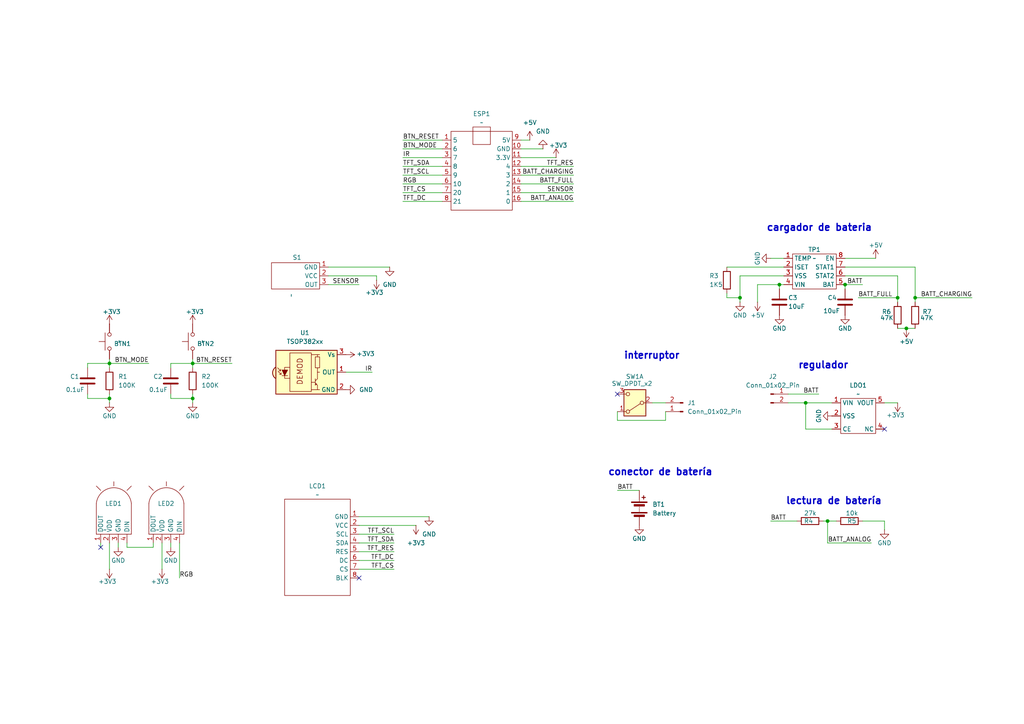
<source format=kicad_sch>
(kicad_sch (version 20231120) (generator "eeschema") (generator_version "8.0")
  (paper "A4")
  (lib_symbols
    (symbol "Connector:Conn_01x02_Pin" (pin_names (offset 1.016) hide)
      (property "Reference" "J" (at 0 2.54 0))
      (property "Value" "Conn_01x02_Pin" (at 0 -5.08 0))
      (symbol "Conn_01x02_Pin_1_1"
        (polyline (pts (xy 1.27 -2.54) (xy 0.8636 -2.54)) (stroke (width 0.1524)))
        (polyline (pts (xy 1.27 0) (xy 0.8636 0)) (stroke (width 0.1524)))
        (rectangle (start 0.8636 -2.413) (end 0 -2.667) (stroke (width 0.1524)) (fill (type outline)))
        (rectangle (start 0.8636 0.127) (end 0 -0.127) (stroke (width 0.1524)) (fill (type outline)))
        (pin passive line (at 5.08 0 180) (length 3.81) (name "Pin_1") (number "1"))
        (pin passive line (at 5.08 -2.54 180) (length 3.81) (name "Pin_2") (number "2"))
      )
    )
    (symbol "Device:Battery" (pin_numbers hide) (pin_names (offset 0) hide)
      (property "Reference" "BT" (at 2.54 2.54 0))
      (property "Value" "Battery" (at 2.54 0 0))
      (symbol "Battery_0_1"
        (rectangle (start -2.286 -1.27) (end 2.286 -1.524) (fill (type outline)))
        (rectangle (start -2.286 1.778) (end 2.286 1.524) (fill (type outline)))
        (rectangle (start -1.524 -2.032) (end 1.524 -2.54) (fill (type outline)))
        (rectangle (start -1.524 1.016) (end 1.524 0.508) (fill (type outline)))
        (polyline (pts (xy 0 -1.016) (xy 0 -0.762)))
        (polyline (pts (xy 0 -0.508) (xy 0 -0.254)))
        (polyline (pts (xy 0 0) (xy 0 0.254)))
        (polyline (pts (xy 0 1.778) (xy 0 2.54)))
        (polyline (pts (xy 0.762 3.048) (xy 1.778 3.048)) (stroke (width 0.254)))
        (polyline (pts (xy 1.27 3.556) (xy 1.27 2.54)) (stroke (width 0.254)))
      )
      (symbol "Battery_1_1"
        (pin passive line (at 0 5.08 270) (length 2.54) (name "+") (number "1"))
        (pin passive line (at 0 -5.08 90) (length 2.54) (name "-") (number "2"))
      )
    )
    (symbol "Device:C" (pin_numbers hide) (pin_names (offset 0.254))
      (property "Reference" "C" (at 0.635 2.54 0))
      (property "Value" "C" (at 0.635 -2.54 0))
      (symbol "C_0_1"
        (polyline (pts (xy -2.032 -0.762) (xy 2.032 -0.762)) (stroke (width 0.508)))
        (polyline (pts (xy -2.032 0.762) (xy 2.032 0.762)) (stroke (width 0.508)))
      )
      (symbol "C_1_1"
        (pin passive line (at 0 3.81 270) (length 2.794) (name "~") (number "1"))
        (pin passive line (at 0 -3.81 90) (length 2.794) (name "~") (number "2"))
      )
    )
    (symbol "Device:R" (pin_numbers hide) (pin_names (offset 0))
      (property "Reference" "R" (at 2.032 0 90))
      (property "Value" "R" (at 0 0 90))
      (symbol "R_0_1"
        (rectangle (start -1.016 -2.54) (end 1.016 2.54) (stroke (width 0.254)))
      )
      (symbol "R_1_1"
        (pin passive line (at 0 3.81 270) (length 1.27) (name "~") (number "1"))
        (pin passive line (at 0 -3.81 90) (length 1.27) (name "~") (number "2"))
      )
    )
    (symbol "Interface_Optical:TSOP382xx"
      (property "Reference" "U" (at -10.16 7.62 0))
      (property "Value" "TSOP382xx" (at -10.16 -7.62 0))
      (symbol "TSOP382xx_0_0"
        (arc (start -10.287 1.397) (mid -11.0899 -0.1852) (end -10.287 -1.778) (stroke (width 0.254)) (fill (type background)))
        (polyline (pts (xy 1.905 -5.08) (xy 0.127 -5.08)))
        (polyline (pts (xy 1.905 5.08) (xy 0.127 5.08)))
        (text "DEMOD" (at -3.175 0.254 900) (effects (font (size 1.524 1.524))))
      )
      (symbol "TSOP382xx_0_1"
        (rectangle (start -6.096 5.588) (end 0.127 -5.588))
        (polyline (pts (xy -8.763 0.381) (xy -9.652 1.27)))
        (polyline (pts (xy -8.763 0.381) (xy -9.271 0.381)))
        (polyline (pts (xy -8.763 0.381) (xy -8.763 0.889)))
        (polyline (pts (xy -8.636 -0.635) (xy -9.525 0.254)))
        (polyline (pts (xy -8.636 -0.635) (xy -9.144 -0.635)))
        (polyline (pts (xy -8.636 -0.635) (xy -8.636 -0.127)))
        (polyline (pts (xy -8.382 -1.016) (xy -6.731 -1.016)))
        (polyline (pts (xy 1.27 -2.921) (xy 0.127 -2.921)))
        (polyline (pts (xy 1.27 -1.905) (xy 1.27 -3.81)))
        (polyline (pts (xy 1.397 -3.556) (xy 1.524 -3.556)))
        (polyline (pts (xy 1.651 -3.556) (xy 1.524 -3.556)))
        (polyline (pts (xy 1.651 -3.556) (xy 1.651 -3.302)))
        (polyline (pts (xy 1.905 0) (xy 1.905 1.27)))
        (polyline (pts (xy 1.905 4.445) (xy 1.905 5.08) (xy 2.54 5.08)))
        (polyline (pts (xy -8.382 0.635) (xy -6.731 0.635) (xy -7.62 -1.016) (xy -8.382 0.635)) (fill (type outline)))
        (polyline (pts (xy -6.096 1.397) (xy -7.62 1.397) (xy -7.62 -1.778) (xy -6.096 -1.778)))
        (polyline (pts (xy 1.27 -3.175) (xy 1.905 -3.81) (xy 1.905 -5.08) (xy 2.54 -5.08)))
        (polyline (pts (xy 1.27 -2.54) (xy 1.905 -1.905) (xy 1.905 0) (xy 2.54 0)))
        (rectangle (start 2.54 1.27) (end 1.27 4.445))
        (rectangle (start 7.62 6.35) (end -10.16 -6.35) (stroke (width 0.254)) (fill (type background)))
      )
      (symbol "TSOP382xx_1_1"
        (pin output line (at 10.16 0 180) (length 2.54) (name "OUT") (number "1"))
        (pin power_in line (at 10.16 -5.08 180) (length 2.54) (name "GND") (number "2"))
        (pin power_in line (at 10.16 5.08 180) (length 2.54) (name "Vs") (number "3"))
      )
    )
    (symbol "Switch:SW_DPDT_x2" (pin_names (offset 0) hide)
      (property "Reference" "SW" (at 0 5.08 0))
      (property "Value" "SW_DPDT_x2" (at 0 -5.08 0))
      (symbol "SW_DPDT_x2_0_0"
        (circle (center -2.032 0) (radius 0.508))
        (circle (center 2.032 -2.54) (radius 0.508))
      )
      (symbol "SW_DPDT_x2_0_1"
        (rectangle (start -3.175 3.81) (end 3.175 -3.81) (stroke (width 0.254)) (fill (type background)))
        (polyline (pts (xy -1.524 0.254) (xy 1.5748 2.286)))
        (circle (center 2.032 2.54) (radius 0.508))
      )
      (symbol "SW_DPDT_x2_1_1"
        (pin passive line (at 5.08 2.54 180) (length 2.54) (name "A") (number "1"))
        (pin passive line (at -5.08 0 0) (length 2.54) (name "B") (number "2"))
        (pin passive line (at 5.08 -2.54 180) (length 2.54) (name "C") (number "3"))
      )
      (symbol "SW_DPDT_x2_2_1"
        (pin passive line (at 5.08 2.54 180) (length 2.54) (name "A") (number "4"))
        (pin passive line (at -5.08 0 0) (length 2.54) (name "B") (number "5"))
        (pin passive line (at 5.08 -2.54 180) (length 2.54) (name "C") (number "6"))
      )
    )
    (symbol "custom_symbols:4056H"
      (property "Reference" "TP4056" (at 0 6.35 0))
      (property "Value" "~" (at 0 3.81 0))
      (symbol "4056H_0_1"
        (rectangle (start -6.35 5.08) (end 6.35 -5.08))
      )
      (symbol "4056H_1_1"
        (pin input line (at -8.89 3.81 0) (length 2.54) (name "TEMP") (number "1"))
        (pin input line (at -8.89 1.27 0) (length 2.54) (name "ISET") (number "2"))
        (pin input line (at -8.89 -1.27 0) (length 2.54) (name "VSS") (number "3"))
        (pin input line (at -8.89 -3.81 0) (length 2.54) (name "VIN") (number "4"))
        (pin input line (at 8.89 -3.81 180) (length 2.54) (name "BAT") (number "5"))
        (pin input line (at 8.89 -1.27 180) (length 2.54) (name "STAT2") (number "6"))
        (pin input line (at 8.89 1.27 180) (length 2.54) (name "STAT1") (number "7"))
        (pin input line (at 8.89 3.81 180) (length 2.54) (name "EN") (number "8"))
      )
    )
    (symbol "custom_symbols:Button" (pin_numbers hide) (pin_names (offset 1.016) hide)
      (property "Reference" "BTN" (at 1.27 2.54 0))
      (symbol "Button_0_1"
        (circle (center -2.032 0) (radius 0.508))
        (polyline (pts (xy 0 1.27) (xy 0 3.048)))
        (polyline (pts (xy 2.54 1.27) (xy -2.54 1.27)))
        (circle (center 2.032 0) (radius 0.508))
        (pin passive line (at -5.08 0 0) (length 2.54) (name "1") (number "1"))
        (pin passive line (at 5.08 0 180) (length 2.54) (name "2") (number "2"))
      )
    )
    (symbol "custom_symbols:ESP32_supermini"
      (property "Reference" "ESP1" (at 0 -1.27 0))
      (property "Value" "~" (at 0 -2.54 0))
      (symbol "ESP32_supermini_0_1"
        (rectangle (start -8.89 10.16) (end 8.89 -12.7))
        (rectangle (start -2.54 11.43) (end 2.54 6.35))
      )
      (symbol "ESP32_supermini_1_1"
        (pin bidirectional line (at -11.43 7.62 0) (length 2.54) (name "5") (number "1"))
        (pin power_in line (at 11.43 5.08 180) (length 2.54) (name "GND") (number "10"))
        (pin power_in line (at 11.43 2.54 180) (length 2.54) (name "3.3V") (number "11"))
        (pin bidirectional line (at 11.43 0 180) (length 2.54) (name "4") (number "12"))
        (pin bidirectional line (at 11.43 -2.54 180) (length 2.54) (name "3") (number "13"))
        (pin bidirectional line (at 11.43 -5.08 180) (length 2.54) (name "2") (number "14"))
        (pin bidirectional line (at 11.43 -7.62 180) (length 2.54) (name "1") (number "15"))
        (pin bidirectional line (at 11.43 -10.16 180) (length 2.54) (name "0") (number "16"))
        (pin bidirectional line (at -11.43 5.08 0) (length 2.54) (name "6") (number "2"))
        (pin bidirectional line (at -11.43 2.54 0) (length 2.54) (name "7") (number "3"))
        (pin bidirectional line (at -11.43 0 0) (length 2.54) (name "8") (number "4"))
        (pin bidirectional line (at -11.43 -2.54 0) (length 2.54) (name "9") (number "5"))
        (pin bidirectional line (at -11.43 -5.08 0) (length 2.54) (name "10") (number "6"))
        (pin bidirectional line (at -11.43 -7.62 0) (length 2.54) (name "20") (number "7"))
        (pin bidirectional line (at -11.43 -10.16 0) (length 2.54) (name "21") (number "8"))
        (pin power_in line (at 11.43 7.62 180) (length 2.54) (name "5V") (number "9"))
      )
    )
    (symbol "custom_symbols:GP2Y0D810Z0F_Digital_Sensor"
      (property "Reference" "S" (at 0 0 0))
      (symbol "GP2Y0D810Z0F_Digital_Sensor_0_1"
        (rectangle (start -3.81 6.35) (end 3.81 -7.62))
      )
      (symbol "GP2Y0D810Z0F_Digital_Sensor_1_1"
        (pin power_out line (at -2.54 8.89 270) (length 2.54) (name "GND") (number "1"))
        (pin power_in line (at 0 8.89 270) (length 2.54) (name "VCC") (number "2"))
        (pin output line (at 2.54 8.89 270) (length 2.54) (name "OUT") (number "3"))
      )
    )
    (symbol "custom_symbols:LDO_ME6211C33"
      (property "Reference" "LDO1" (at 0 6.35 0))
      (property "Value" "~" (at -1.27 0 0))
      (symbol "LDO_ME6211C33_0_1"
        (rectangle (start -5.08 5.08) (end 5.08 -5.08))
      )
      (symbol "LDO_ME6211C33_1_1"
        (pin power_in line (at -7.62 3.81 0) (length 2.54) (name "VIN") (number "1"))
        (pin power_out line (at -7.62 0 0) (length 2.54) (name "VSS") (number "2"))
        (pin input line (at -7.62 -3.81 0) (length 2.54) (name "CE") (number "3"))
        (pin input line (at 7.62 -3.81 180) (length 2.54) (name "NC") (number "4"))
        (pin input line (at 7.62 3.81 180) (length 2.54) (name "VOUT") (number "5"))
      )
    )
    (symbol "custom_symbols:Led_5mm_WS2812D"
      (property "Reference" "LED1" (at 0 7.62 0))
      (property "Value" "~" (at 0 0 0))
      (symbol "Led_5mm_WS2812D_0_1"
        (polyline (pts (xy -2.54 -1.27) (xy -2.54 7.62)))
        (polyline (pts (xy -2.54 -1.27) (xy 7.62 -1.27)))
        (polyline (pts (xy -1.27 11.43) (xy -2.54 12.7)))
        (polyline (pts (xy 2.54 12.7) (xy 2.54 13.97)))
        (polyline (pts (xy 6.35 11.43) (xy 7.62 12.7)))
        (polyline (pts (xy 7.62 -1.27) (xy 7.62 7.62)))
        (arc (start 7.62 7.62) (mid 2.54 12.2078) (end -2.54 7.62))
      )
      (symbol "Led_5mm_WS2812D_1_1"
        (pin input line (at -1.27 -3.81 90) (length 2.54) (name "DOUT") (number "1"))
        (pin power_in line (at 1.27 -3.81 90) (length 2.54) (name "VDD") (number "2"))
        (pin power_out line (at 3.81 -3.81 90) (length 2.54) (name "GND") (number "3"))
        (pin input line (at 6.35 -3.81 90) (length 2.54) (name "DIN") (number "4"))
      )
    )
    (symbol "custom_symbols:ST7789V_LCD_RGB_135x240"
      (property "Reference" "LCD1" (at 15.24 1.2701 0))
      (property "Value" "~" (at 15.24 -0.635 0))
      (symbol "ST7789V_LCD_RGB_135x240_0_1"
        (rectangle (start -13.97 10.16) (end 13.97 -8.89))
      )
      (symbol "ST7789V_LCD_RGB_135x240_1_1"
        (pin power_out line (at -8.89 12.7 270) (length 2.54) (name "GND") (number "1"))
        (pin power_in line (at -6.35 12.7 270) (length 2.54) (name "VCC") (number "2"))
        (pin bidirectional line (at -3.81 12.7 270) (length 2.54) (name "SCL") (number "3"))
        (pin bidirectional line (at -1.27 12.7 270) (length 2.54) (name "SDA") (number "4"))
        (pin input line (at 1.27 12.7 270) (length 2.54) (name "RES") (number "5"))
        (pin bidirectional line (at 3.81 12.7 270) (length 2.54) (name "DC") (number "6"))
        (pin bidirectional line (at 6.35 12.7 270) (length 2.54) (name "CS") (number "7"))
        (pin bidirectional line (at 8.89 12.7 270) (length 2.54) (name "BLK") (number "8"))
      )
    )
    (symbol "power:+3V3" (power) (pin_numbers hide) (pin_names (offset 0) hide)
      (property "Value" "+3V3" (at 0 3.556 0))
      (symbol "+3V3_0_1"
        (polyline (pts (xy -0.762 1.27) (xy 0 2.54)))
        (polyline (pts (xy 0 0) (xy 0 2.54)))
        (polyline (pts (xy 0 2.54) (xy 0.762 1.27)))
      )
      (symbol "+3V3_1_1"
        (pin power_in line (at 0 0 90) (length 0) (name "~") (number "1"))
      )
    )
    (symbol "power:+5V" (power) (pin_numbers hide) (pin_names (offset 0) hide)
      (property "Value" "+5V" (at 0 3.556 0))
      (symbol "+5V_0_1"
        (polyline (pts (xy -0.762 1.27) (xy 0 2.54)))
        (polyline (pts (xy 0 0) (xy 0 2.54)))
        (polyline (pts (xy 0 2.54) (xy 0.762 1.27)))
      )
      (symbol "+5V_1_1"
        (pin power_in line (at 0 0 90) (length 0) (name "~") (number "1"))
      )
    )
    (symbol "power:GND" (power) (pin_numbers hide) (pin_names (offset 0) hide)
      (property "Value" "GND" (at 0 -3.81 0))
      (symbol "GND_0_1"
        (polyline (pts (xy 0 0) (xy 0 -1.27) (xy 1.27 -1.27) (xy 0 -2.54) (xy -1.27 -1.27) (xy 0 -1.27)))
      )
      (symbol "GND_1_1"
        (pin power_in line (at 0 0 270) (length 0) (name "~") (number "1"))
      )
    )
  )
  (junction (at 31.75 105.41))
  (junction (at 55.88 115.57))
  (junction (at 265.43 86.36))
  (junction (at 262.89 95.25))
  (junction (at 31.75 115.57))
  (junction (at 233.68 116.84))
  (junction (at 226.06 82.55))
  (junction (at 240.03 151.13))
  (junction (at 245.11 82.55))
  (junction (at 214.63 86.36))
  (junction (at 55.88 105.41))
  (junction (at 260.35 86.36))
  (no_connect (at 179.07 114.3))
  (no_connect (at 104.14 167.64))
  (no_connect (at 29.21 158.75))
  (no_connect (at 256.54 124.46))
  (wire (pts (xy 114.3 160.02) (xy 104.14 160.02)))
  (wire (pts (xy 210.82 85.09) (xy 210.82 86.36)))
  (wire (pts (xy 114.3 154.94) (xy 104.14 154.94)))
  (wire (pts (xy 260.35 80.01) (xy 260.35 86.36)))
  (wire (pts (xy 55.88 114.3) (xy 55.88 115.57)))
  (wire (pts (xy 262.89 95.25) (xy 265.43 95.25)))
  (wire (pts (xy 210.82 77.47) (xy 227.33 77.47)))
  (wire (pts (xy 265.43 86.36) (xy 281.94 86.36)))
  (wire (pts (xy 241.3 124.46) (xy 233.68 124.46)))
  (wire (pts (xy 31.75 157.48) (xy 31.75 165.1)))
  (wire (pts (xy 116.84 43.18) (xy 128.27 43.18)))
  (wire (pts (xy 151.13 48.26) (xy 166.37 48.26)))
  (wire (pts (xy 214.63 80.01) (xy 227.33 80.01)))
  (wire (pts (xy 256.54 116.84) (xy 260.35 116.84)))
  (wire (pts (xy 114.3 157.48) (xy 104.14 157.48)))
  (wire (pts (xy 104.14 152.4) (xy 120.65 152.4)))
  (wire (pts (xy 256.54 151.13) (xy 256.54 153.67)))
  (wire (pts (xy 151.13 45.72) (xy 161.29 45.72)))
  (wire (pts (xy 223.52 151.13) (xy 231.14 151.13)))
  (wire (pts (xy 245.11 74.93) (xy 254 74.93)))
  (wire (pts (xy 116.84 58.42) (xy 128.27 58.42)))
  (wire (pts (xy 52.07 167.64) (xy 52.07 157.48)))
  (wire (pts (xy 193.04 121.92) (xy 193.04 119.38)))
  (wire (pts (xy 151.13 55.88) (xy 166.37 55.88)))
  (wire (pts (xy 233.68 116.84) (xy 241.3 116.84)))
  (wire (pts (xy 228.6 116.84) (xy 233.68 116.84)))
  (wire (pts (xy 151.13 58.42) (xy 166.37 58.42)))
  (wire (pts (xy 214.63 87.63) (xy 214.63 86.36)))
  (wire (pts (xy 189.23 116.84) (xy 193.04 116.84)))
  (wire (pts (xy 49.53 114.3) (xy 49.53 115.57)))
  (wire (pts (xy 36.83 157.48) (xy 36.83 158.75)))
  (wire (pts (xy 179.07 119.38) (xy 179.07 121.92)))
  (wire (pts (xy 55.88 105.41) (xy 55.88 106.68)))
  (wire (pts (xy 55.88 105.41) (xy 49.53 105.41)))
  (wire (pts (xy 214.63 86.36) (xy 214.63 80.01)))
  (wire (pts (xy 233.68 116.84) (xy 233.68 124.46)))
  (wire (pts (xy 245.11 82.55) (xy 245.11 83.82)))
  (wire (pts (xy 116.84 50.8) (xy 128.27 50.8)))
  (wire (pts (xy 55.88 104.14) (xy 55.88 105.41)))
  (wire (pts (xy 49.53 157.48) (xy 49.53 158.75)))
  (wire (pts (xy 151.13 50.8) (xy 166.37 50.8)))
  (wire (pts (xy 31.75 114.3) (xy 31.75 115.57)))
  (wire (pts (xy 31.75 105.41) (xy 31.75 106.68)))
  (wire (pts (xy 31.75 115.57) (xy 31.75 116.84)))
  (wire (pts (xy 226.06 82.55) (xy 226.06 83.82)))
  (wire (pts (xy 95.25 77.47) (xy 113.03 77.47)))
  (wire (pts (xy 219.71 82.55) (xy 226.06 82.55)))
  (wire (pts (xy 114.3 165.1) (xy 104.14 165.1)))
  (wire (pts (xy 104.14 82.55) (xy 95.25 82.55)))
  (wire (pts (xy 185.42 142.24) (xy 179.07 142.24)))
  (wire (pts (xy 29.21 158.75) (xy 29.21 157.48)))
  (wire (pts (xy 240.03 151.13) (xy 242.57 151.13)))
  (wire (pts (xy 31.75 104.14) (xy 31.75 105.41)))
  (wire (pts (xy 49.53 105.41) (xy 49.53 106.68)))
  (wire (pts (xy 114.3 162.56) (xy 104.14 162.56)))
  (wire (pts (xy 260.35 86.36) (xy 260.35 87.63)))
  (wire (pts (xy 245.11 82.55) (xy 250.19 82.55)))
  (wire (pts (xy 245.11 77.47) (xy 265.43 77.47)))
  (wire (pts (xy 179.07 121.92) (xy 193.04 121.92)))
  (wire (pts (xy 116.84 45.72) (xy 128.27 45.72)))
  (wire (pts (xy 240.03 151.13) (xy 240.03 157.48)))
  (wire (pts (xy 34.29 157.48) (xy 34.29 158.75)))
  (wire (pts (xy 210.82 86.36) (xy 214.63 86.36)))
  (wire (pts (xy 116.84 48.26) (xy 128.27 48.26)))
  (wire (pts (xy 265.43 86.36) (xy 265.43 87.63)))
  (wire (pts (xy 265.43 77.47) (xy 265.43 86.36)))
  (wire (pts (xy 107.95 107.95) (xy 100.33 107.95)))
  (wire (pts (xy 226.06 82.55) (xy 227.33 82.55)))
  (wire (pts (xy 116.84 40.64) (xy 128.27 40.64)))
  (wire (pts (xy 67.31 105.41) (xy 55.88 105.41)))
  (wire (pts (xy 25.4 105.41) (xy 25.4 106.68)))
  (wire (pts (xy 124.46 149.86) (xy 104.14 149.86)))
  (wire (pts (xy 260.35 80.01) (xy 245.11 80.01)))
  (wire (pts (xy 248.92 86.36) (xy 260.35 86.36)))
  (wire (pts (xy 166.37 53.34) (xy 151.13 53.34)))
  (wire (pts (xy 238.76 151.13) (xy 240.03 151.13)))
  (wire (pts (xy 151.13 43.18) (xy 157.48 43.18)))
  (wire (pts (xy 116.84 53.34) (xy 128.27 53.34)))
  (wire (pts (xy 55.88 115.57) (xy 55.88 116.84)))
  (wire (pts (xy 43.18 105.41) (xy 31.75 105.41)))
  (wire (pts (xy 260.35 95.25) (xy 262.89 95.25)))
  (wire (pts (xy 31.75 105.41) (xy 25.4 105.41)))
  (wire (pts (xy 44.45 158.75) (xy 44.45 157.48)))
  (wire (pts (xy 116.84 55.88) (xy 128.27 55.88)))
  (wire (pts (xy 36.83 158.75) (xy 44.45 158.75)))
  (wire (pts (xy 219.71 82.55) (xy 219.71 87.63)))
  (wire (pts (xy 237.49 114.3) (xy 228.6 114.3)))
  (wire (pts (xy 25.4 115.57) (xy 31.75 115.57)))
  (wire (pts (xy 223.52 74.93) (xy 227.33 74.93)))
  (wire (pts (xy 109.22 81.28) (xy 109.22 80.01)))
  (wire (pts (xy 250.19 151.13) (xy 256.54 151.13)))
  (wire (pts (xy 153.67 40.64) (xy 151.13 40.64)))
  (wire (pts (xy 25.4 114.3) (xy 25.4 115.57)))
  (wire (pts (xy 109.22 80.01) (xy 95.25 80.01)))
  (wire (pts (xy 49.53 115.57) (xy 55.88 115.57)))
  (wire (pts (xy 46.99 157.48) (xy 46.99 165.1)))
  (wire (pts (xy 240.03 157.48) (xy 252.73 157.48)))
  (text "cargador de bateria" (at 222.25 67.31 0) (effects (font (size 2 2) (thickness 0.4) (bold yes)) (justify left bottom)))
  (text "conector de batería" (at 176.276 138.176 0) (effects (font (size 2 2) (thickness 0.4) (bold yes)) (justify left bottom)))
  (text "regulador" (at 231.394 107.188 0) (effects (font (size 2 2) (thickness 0.4) (bold yes)) (justify left bottom)))
  (text "interruptor" (at 180.848 104.394 0) (effects (font (size 2 2) (thickness 0.4) (bold yes)) (justify left bottom)))
  (text "lectura de batería" (at 227.838 146.558 0) (effects (font (size 2 2) (thickness 0.4) (bold yes)) (justify left bottom)))
  (label "BATT_CHARGING" (at 166.37 50.8 180))
  (label "BTN_RESET" (at 67.31 105.41 180))
  (label "BATT" (at 237.49 114.3 180))
  (label "BATT_FULL" (at 248.92 86.36 0))
  (label "BATT" (at 223.52 151.13 0))
  (label "TFT_DC" (at 116.84 58.42 0))
  (label "BATT_ANALOG" (at 166.37 58.42 180))
  (label "TFT_SCL" (at 114.3 154.94 180))
  (label "TFT_SCL" (at 116.84 50.8 0))
  (label "TFT_SDA" (at 114.3 157.48 180))
  (label "BATT" (at 179.07 142.24 0))
  (label "RGB" (at 116.84 53.34 0))
  (label "BATT" (at 250.19 82.55 180))
  (label "IR" (at 116.84 45.72 0))
  (label "BTN_MODE" (at 43.18 105.41 180))
  (label "TFT_DC" (at 114.3 162.56 180))
  (label "BTN_MODE" (at 116.84 43.18 0))
  (label "IR" (at 107.95 107.95 180))
  (label "TFT_RES" (at 166.37 48.26 180))
  (label "BATT_CHARGING" (at 281.94 86.36 180))
  (label "TFT_CS" (at 116.84 55.88 0))
  (label "SENSOR" (at 104.14 82.55 180))
  (label "SENSOR" (at 166.37 55.88 180))
  (label "BATT_ANALOG" (at 252.73 157.48 180))
  (label "TFT_RES" (at 114.3 160.02 180))
  (label "BTN_RESET" (at 116.84 40.64 0))
  (label "BATT_FULL" (at 166.37 53.34 180))
  (label "RGB" (at 52.07 167.64 0))
  (label "TFT_CS" (at 114.3 165.1 180))
  (label "TFT_SDA" (at 116.84 48.26 0))
  (symbol (lib_id "custom_symbols:ESP32_supermini") (at 139.7 48.26 0) (unit 1)
    (property "Reference" "ESP1" (at 139.7 33.02 0))
    (property "Value" "~" (at 139.7 35.56 0))
    (property "Footprint" "custom_footprints:ESP32_supermini" (effects (hide yes)))
  )
  (symbol (lib_id "power:+5V") (at 153.67 40.64 0) (unit 1)
    (property "Reference" "#PWR015" (effects (hide yes)))
    (property "Value" "+5V" (at 153.67 35.56 0))
    (property "Description" "Power symbol creates a global label with name \"+5V\"" (effects (hide yes)))
  )
  (symbol (lib_id "custom_symbols:Led_5mm_WS2812D") (at 30.48 153.67 0) (unit 1)
    (property "Reference" "LED1" (at 30.48 146.05 0) (effects (justify left)))
    (property "Value" "~" (at 30.48 153.67 0))
    (property "Footprint" "custom_footprints:LED_D5.0mm-4_RGB_Staggered_Pins" (effects (hide yes)))
  )
  (symbol (lib_id "Device:Battery") (at 185.42 147.32 0) (unit 1)
    (property "Reference" "BT1" (at 189.23 146.304 0) (effects (justify left)))
    (property "Value" "Battery" (at 189.23 148.844 0) (effects (justify left)))
    (property "Footprint" "custom_footprints:Leds_IR_Remote" (effects (hide yes)))
    (property "Description" "Multiple-cell battery" (effects (hide yes)))
    (property "Aliexpress" "https://es.aliexpress.com/item/1005006776171377.html" (effects (hide yes)))
  )
  (symbol (lib_id "Device:C") (at 49.53 110.49 0) (mirror y) (unit 1)
    (property "Reference" "C2" (at 44.45 109.22 0) (effects (justify right)))
    (property "Value" "0.1uF" (at 43.18 113.03 0) (effects (justify right)))
    (property "Footprint" "Capacitor_SMD:C_0805_2012Metric_Pad1.18x1.45mm_HandSolder" (effects (hide yes)))
  )
  (symbol (lib_id "power:+3V3") (at 260.35 116.84 180) (unit 1)
    (property "Reference" "#PWR027" (effects (hide yes)))
    (property "Value" "+3V3" (at 262.382 120.396 0) (effects (justify left)))
    (property "Description" "Power symbol creates a global label with name \"+3V3\"" (effects (hide yes)))
  )
  (symbol (lib_id "custom_symbols:Button") (at 31.75 99.06 90) (unit 1)
    (property "Reference" "BTN1" (at 33.02 99.695 90) (effects (justify right)))
    (property "Value" "~" (at 34.544 99.06 0))
    (property "Footprint" "Button_Switch_THT:SW_PUSH_6mm_H8mm" (effects (hide yes)))
    (property "Aliexpress" "https://es.aliexpress.com/item/1005005602103011.html" (effects (hide yes)))
  )
  (symbol (lib_id "Device:R") (at 31.75 110.49 0) (unit 1)
    (property "Reference" "R1" (at 34.29 109.2199 0) (effects (justify left)))
    (property "Value" "100K" (at 34.29 111.7599 0) (effects (justify left)))
    (property "Footprint" "Resistor_SMD:R_0805_2012Metric_Pad1.20x1.40mm_HandSolder" (effects (hide yes)))
  )
  (symbol (lib_id "Device:C") (at 245.11 87.63 0) (mirror y) (unit 1)
    (property "Reference" "C4" (at 240.03 86.36 0) (effects (justify right)))
    (property "Value" "10uF" (at 238.76 90.17 0) (effects (justify right)))
    (property "Footprint" "Capacitor_SMD:C_0805_2012Metric_Pad1.18x1.45mm_HandSolder" (effects (hide yes)))
  )
  (symbol (lib_id "Interface_Optical:TSOP382xx") (at 90.17 107.95 0) (unit 1)
    (property "Reference" "U1" (at 88.435 96.52 0))
    (property "Value" "TSOP382xx" (at 88.435 99.06 0))
    (property "Footprint" "custom_footprints:IR TSOP38238 90º" (effects (hide yes)))
    (property "Datasheet" "http://www.vishay.com/docs/82491/tsop382.pdf" (effects (hide yes)))
    (property "Description" "Photo Modules for PCM Remote Control Systems" (effects (hide yes)))
  )
  (symbol (lib_id "Device:C") (at 226.06 87.63 0) (mirror y) (unit 1)
    (property "Reference" "C3" (at 228.6 86.36 0) (effects (justify right)))
    (property "Value" "10uF" (at 228.6 88.9 0) (effects (justify right)))
    (property "Footprint" "Capacitor_SMD:C_0805_2012Metric_Pad1.18x1.45mm_HandSolder" (effects (hide yes)))
  )
  (symbol (lib_id "power:+3V3") (at 46.99 165.1 180) (unit 1)
    (property "Reference" "#PWR05" (effects (hide yes)))
    (property "Value" "+3V3" (at 49.022 168.656 0) (effects (justify left)))
    (property "Description" "Power symbol creates a global label with name \"+3V3\"" (effects (hide yes)))
  )
  (symbol (lib_id "power:GND") (at 113.03 77.47 0) (unit 1)
    (property "Reference" "#PWR012" (effects (hide yes)))
    (property "Value" "GND" (at 113.03 82.55 0))
    (property "Description" "Power symbol creates a global label with name \"GND\" , ground" (effects (hide yes)))
  )
  (symbol (lib_id "power:GND") (at 241.3 120.65 270) (unit 1)
    (property "Reference" "#PWR023" (effects (hide yes)))
    (property "Value" "GND" (at 237.49 120.65 0))
  )
  (symbol (lib_id "power:+3V3") (at 161.29 45.72 0) (unit 1)
    (property "Reference" "#PWR017" (effects (hide yes)))
    (property "Value" "+3V3" (at 159.258 42.164 0) (effects (justify left)))
    (property "Description" "Power symbol creates a global label with name \"+3V3\"" (effects (hide yes)))
  )
  (symbol (lib_id "Switch:SW_DPDT_x2") (at 184.15 116.84 180) (unit 1)
    (property "Reference" "SW1" (at 186.69 109.22 0) (effects (justify left)))
    (property "Value" "SW_DPDT_x2" (at 189.23 111.252 0) (effects (justify left)))
    (property "Footprint" "Button_Switch_SMD:SW_SPDT_PCM12" (effects (hide yes)))
    (property "Description" "Switch, dual pole double throw, separate symbols" (effects (hide yes)))
    (property "Aliexpress" "https://es.aliexpress.com/item/32963237441.html" (effects (hide yes)))
  )
  (symbol (lib_id "power:+5V") (at 219.71 87.63 180) (unit 1)
    (property "Reference" "#PWR020" (effects (hide yes)))
    (property "Value" "+5V" (at 219.71 91.44 0))
  )
  (symbol (lib_id "power:+3V3") (at 120.65 152.4 180) (unit 1)
    (property "Reference" "#PWR013" (effects (hide yes)))
    (property "Value" "+3V3" (at 120.65 157.48 0))
    (property "Description" "Power symbol creates a global label with name \"+3V3\"" (effects (hide yes)))
  )
  (symbol (lib_id "Connector:Conn_01x02_Pin") (at 198.12 119.38 180) (unit 1)
    (property "Reference" "J1" (at 199.39 116.8399 0) (effects (justify right)))
    (property "Value" "Conn_01x02_Pin" (at 199.39 119.3799 0) (effects (justify right)))
    (property "Footprint" "Connector_PinHeader_2.54mm:PinHeader_1x02_P2.54mm_Vertical" (effects (hide yes)))
    (property "Description" "Generic connector, single row, 01x02, script generated" (effects (hide yes)))
  )
  (symbol (lib_id "power:+5V") (at 254 74.93 0) (unit 1)
    (property "Reference" "#PWR025" (effects (hide yes)))
    (property "Value" "+5V" (at 254 71.12 0))
  )
  (symbol (lib_id "custom_symbols:4056H") (at 236.22 78.74 0) (unit 1)
    (property "Reference" "TP1" (at 236.22 72.39 0))
    (property "Value" "~" (at 236.22 74.93 0))
    (property "Footprint" "Package_SO:SOP-8_3.9x4.9mm_P1.27mm" (effects (hide yes)))
    (property "Aliexpress" "https://es.aliexpress.com/item/1005004600941907.html" (effects (hide yes)))
  )
  (symbol (lib_id "power:GND") (at 226.06 91.44 0) (unit 1)
    (property "Reference" "#PWR022" (effects (hide yes)))
    (property "Value" "GND" (at 226.06 95.25 0))
  )
  (symbol (lib_id "power:GND") (at 214.63 87.63 0) (unit 1)
    (property "Reference" "#PWR019" (effects (hide yes)))
    (property "Value" "GND" (at 214.63 91.44 0))
  )
  (symbol (lib_id "Connector:Conn_01x02_Pin") (at 223.52 114.3 0) (unit 1)
    (property "Reference" "J2" (at 224.155 109.22 0))
    (property "Value" "Conn_01x02_Pin" (at 224.155 111.76 0))
    (property "Footprint" "Connector_PinHeader_2.54mm:PinHeader_1x02_P2.54mm_Vertical" (effects (hide yes)))
    (property "Description" "Generic connector, single row, 01x02, script generated" (effects (hide yes)))
  )
  (symbol (lib_id "power:GND") (at 124.46 149.86 0) (unit 1)
    (property "Reference" "#PWR014" (effects (hide yes)))
    (property "Value" "GND" (at 124.46 154.94 0))
    (property "Description" "Power symbol creates a global label with name \"GND\" , ground" (effects (hide yes)))
  )
  (symbol (lib_id "custom_symbols:GP2Y0D810Z0F_Digital_Sensor") (at 86.36 80.01 270) (unit 1)
    (property "Reference" "S1" (at 84.836 74.676 90) (effects (justify left)))
    (property "Value" "~" (at 84.455 85.09 0) (effects (justify left)))
    (property "Footprint" "Connector_PinHeader_2.54mm:PinHeader_1x03_P2.54mm_Vertical" (effects (hide yes)))
  )
  (symbol (lib_id "custom_symbols:Button") (at 55.88 99.06 90) (unit 1)
    (property "Reference" "BTN2" (at 57.15 99.695 90) (effects (justify right)))
    (property "Value" "~" (at 58.674 99.06 0))
    (property "Footprint" "Button_Switch_THT:SW_PUSH_6mm_H8mm" (effects (hide yes)))
    (property "Aliexpress" "https://es.aliexpress.com/item/1005005602103011.html" (effects (hide yes)))
  )
  (symbol (lib_id "power:+3V3") (at 31.75 93.98 0) (unit 1)
    (property "Reference" "#PWR01" (effects (hide yes)))
    (property "Value" "+3V3" (at 29.718 90.424 0) (effects (justify left)))
    (property "Description" "Power symbol creates a global label with name \"+3V3\"" (effects (hide yes)))
  )
  (symbol (lib_id "power:GND") (at 245.11 91.44 0) (unit 1)
    (property "Reference" "#PWR024" (effects (hide yes)))
    (property "Value" "GND" (at 245.11 95.25 0))
  )
  (symbol (lib_id "custom_symbols:LDO_ME6211C33") (at 248.92 120.65 0) (unit 1)
    (property "Reference" "LDO1" (at 248.92 111.76 0))
    (property "Value" "~" (at 248.92 114.3 0))
    (property "Footprint" "Package_TO_SOT_SMD:SOT-23-5_HandSoldering" (effects (hide yes)))
    (property "Description" "ME6211C33" (effects (hide yes)))
    (property "Aliexpress" "https://es.aliexpress.com/item/1005006913359977.html" (effects (hide yes)))
  )
  (symbol (lib_id "custom_symbols:ST7789V_LCD_RGB_135x240") (at 91.44 158.75 270) (unit 1)
    (property "Reference" "LCD1" (at 92.075 140.97 90))
    (property "Value" "~" (at 92.075 143.51 90))
    (property "Footprint" "custom_footprints:ST7789V_LCD_RGB_135x240" (effects (hide yes)))
  )
  (symbol (lib_id "power:+3V3") (at 100.33 102.87 270) (unit 1)
    (property "Reference" "#PWR09" (effects (hide yes)))
    (property "Value" "+3V3" (at 103.378 102.616 90) (effects (justify left)))
    (property "Description" "Power symbol creates a global label with name \"+3V3\"" (effects (hide yes)))
  )
  (symbol (lib_id "power:+3V3") (at 31.75 165.1 180) (unit 1)
    (property "Reference" "#PWR03" (effects (hide yes)))
    (property "Value" "+3V3" (at 33.782 168.656 0) (effects (justify left)))
    (property "Description" "Power symbol creates a global label with name \"+3V3\"" (effects (hide yes)))
  )
  (symbol (lib_id "power:GND") (at 31.75 116.84 0) (unit 1)
    (property "Reference" "#PWR02" (effects (hide yes)))
    (property "Value" "GND" (at 31.75 120.65 0))
  )
  (symbol (lib_id "power:GND") (at 185.42 152.4 0) (unit 1)
    (property "Reference" "#PWR018" (effects (hide yes)))
    (property "Value" "GND" (at 185.42 156.21 0))
  )
  (symbol (lib_id "power:GND") (at 256.54 153.67 0) (unit 1)
    (property "Reference" "#PWR026" (effects (hide yes)))
    (property "Value" "GND" (at 256.54 157.48 0))
  )
  (symbol (lib_id "power:GND") (at 49.53 158.75 0) (unit 1)
    (property "Reference" "#PWR06" (effects (hide yes)))
    (property "Value" "GND" (at 49.53 162.56 0))
  )
  (symbol (lib_id "power:GND") (at 157.48 43.18 180) (unit 1)
    (property "Reference" "#PWR016" (effects (hide yes)))
    (property "Value" "GND" (at 157.48 38.1 0))
    (property "Description" "Power symbol creates a global label with name \"GND\" , ground" (effects (hide yes)))
  )
  (symbol (lib_id "power:+5V") (at 262.89 95.25 180) (unit 1)
    (property "Reference" "#PWR028" (effects (hide yes)))
    (property "Value" "+5V" (at 262.89 99.06 0))
  )
  (symbol (lib_id "power:+3V3") (at 55.88 93.98 0) (unit 1)
    (property "Reference" "#PWR07" (effects (hide yes)))
    (property "Value" "+3V3" (at 53.848 90.424 0) (effects (justify left)))
    (property "Description" "Power symbol creates a global label with name \"+3V3\"" (effects (hide yes)))
  )
  (symbol (lib_id "Device:R") (at 246.38 151.13 90) (unit 1)
    (property "Reference" "R5" (at 248.412 151.13 90) (effects (justify left)))
    (property "Value" "10k" (at 248.92 148.844 90) (effects (justify left)))
    (property "Footprint" "Resistor_SMD:R_0805_2012Metric_Pad1.20x1.40mm_HandSolder" (effects (hide yes)))
  )
  (symbol (lib_id "custom_symbols:Led_5mm_WS2812D") (at 45.72 153.67 0) (unit 1)
    (property "Reference" "LED2" (at 45.72 146.05 0) (effects (justify left)))
    (property "Value" "~" (at 45.72 153.67 0))
    (property "Footprint" "custom_footprints:LED_D5.0mm-4_RGB_Staggered_Pins" (effects (hide yes)))
  )
  (symbol (lib_id "power:+3V3") (at 109.22 81.28 180) (unit 1)
    (property "Reference" "#PWR011" (effects (hide yes)))
    (property "Value" "+3V3" (at 111.252 84.836 0) (effects (justify left)))
    (property "Description" "Power symbol creates a global label with name \"+3V3\"" (effects (hide yes)))
  )
  (symbol (lib_id "Device:C") (at 25.4 110.49 0) (mirror y) (unit 1)
    (property "Reference" "C1" (at 20.32 109.22 0) (effects (justify right)))
    (property "Value" "0.1uF" (at 19.05 113.03 0) (effects (justify right)))
    (property "Footprint" "Capacitor_SMD:C_0805_2012Metric_Pad1.18x1.45mm_HandSolder" (effects (hide yes)))
  )
  (symbol (lib_id "power:GND") (at 34.29 158.75 0) (unit 1)
    (property "Reference" "#PWR04" (effects (hide yes)))
    (property "Value" "GND" (at 34.29 162.56 0))
  )
  (symbol (lib_id "Device:R") (at 55.88 110.49 0) (unit 1)
    (property "Reference" "R2" (at 58.42 109.2199 0) (effects (justify left)))
    (property "Value" "100K" (at 58.42 111.7599 0) (effects (justify left)))
    (property "Footprint" "Resistor_SMD:R_0805_2012Metric_Pad1.20x1.40mm_HandSolder" (effects (hide yes)))
  )
  (symbol (lib_id "power:GND") (at 100.33 113.03 90) (unit 1)
    (property "Reference" "#PWR010" (effects (hide yes)))
    (property "Value" "GND" (at 104.14 113.0299 90) (effects (justify right)))
    (property "Description" "Power symbol creates a global label with name \"GND\" , ground" (effects (hide yes)))
  )
  (symbol (lib_id "power:GND") (at 55.88 116.84 0) (unit 1)
    (property "Reference" "#PWR08" (effects (hide yes)))
    (property "Value" "GND" (at 55.88 120.65 0))
  )
  (symbol (lib_id "Device:R") (at 210.82 81.28 0) (unit 1)
    (property "Reference" "R3" (at 205.74 80.01 0) (effects (justify left)))
    (property "Value" "1K5" (at 205.74 82.55 0) (effects (justify left)))
    (property "Footprint" "Resistor_SMD:R_0805_2012Metric_Pad1.20x1.40mm_HandSolder" (effects (hide yes)))
  )
  (symbol (lib_id "Device:R") (at 265.43 91.44 180) (unit 1)
    (property "Reference" "R7" (at 270.256 90.424 0) (effects (justify left)))
    (property "Value" "47K" (at 270.764 92.202 0) (effects (justify left)))
    (property "Footprint" "Resistor_SMD:R_0805_2012Metric_Pad1.20x1.40mm_HandSolder" (effects (hide yes)))
  )
  (symbol (lib_id "Device:R") (at 260.35 91.44 0) (unit 1)
    (property "Reference" "R6" (at 255.778 90.424 0) (effects (justify left)))
    (property "Value" "47K" (at 255.27 92.202 0) (effects (justify left)))
    (property "Footprint" "Resistor_SMD:R_0805_2012Metric_Pad1.20x1.40mm_HandSolder" (effects (hide yes)))
  )
  (symbol (lib_id "power:GND") (at 223.52 74.93 270) (unit 1)
    (property "Reference" "#PWR021" (effects (hide yes)))
    (property "Value" "GND" (at 219.71 74.93 0))
  )
  (symbol (lib_id "Device:R") (at 234.95 151.13 270) (unit 1)
    (property "Reference" "R4" (at 233.172 151.13 90) (effects (justify left)))
    (property "Value" "27k" (at 233.172 148.844 90) (effects (justify left)))
    (property "Footprint" "Resistor_SMD:R_0805_2012Metric_Pad1.20x1.40mm_HandSolder" (effects (hide yes)))
  )
)
</source>
